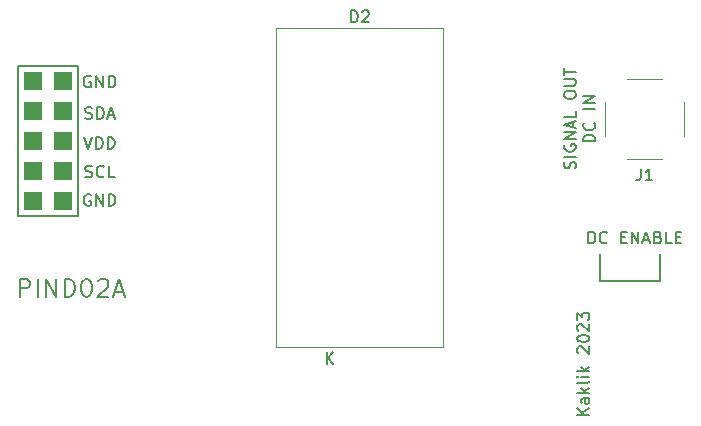
<source format=gbr>
%TF.GenerationSoftware,KiCad,Pcbnew,7.0.7-7.0.7~ubuntu23.04.1*%
%TF.CreationDate,2023-10-04T13:32:41+00:00*%
%TF.ProjectId,PIND02,50494e44-3032-42e6-9b69-6361645f7063,rev?*%
%TF.SameCoordinates,Original*%
%TF.FileFunction,Legend,Top*%
%TF.FilePolarity,Positive*%
%FSLAX46Y46*%
G04 Gerber Fmt 4.6, Leading zero omitted, Abs format (unit mm)*
G04 Created by KiCad (PCBNEW 7.0.7-7.0.7~ubuntu23.04.1) date 2023-10-04 13:32:41*
%MOMM*%
%LPD*%
G01*
G04 APERTURE LIST*
%ADD10C,0.127000*%
%ADD11C,0.150000*%
%ADD12C,0.120000*%
%ADD13C,0.100000*%
%ADD14R,1.524000X1.524000*%
G04 APERTURE END LIST*
D10*
X12339028Y31291604D02*
X12481885Y31243985D01*
X12481885Y31243985D02*
X12719980Y31243985D01*
X12719980Y31243985D02*
X12815218Y31291604D01*
X12815218Y31291604D02*
X12862837Y31339224D01*
X12862837Y31339224D02*
X12910456Y31434462D01*
X12910456Y31434462D02*
X12910456Y31529700D01*
X12910456Y31529700D02*
X12862837Y31624938D01*
X12862837Y31624938D02*
X12815218Y31672557D01*
X12815218Y31672557D02*
X12719980Y31720176D01*
X12719980Y31720176D02*
X12529504Y31767795D01*
X12529504Y31767795D02*
X12434266Y31815414D01*
X12434266Y31815414D02*
X12386647Y31863033D01*
X12386647Y31863033D02*
X12339028Y31958271D01*
X12339028Y31958271D02*
X12339028Y32053509D01*
X12339028Y32053509D02*
X12386647Y32148747D01*
X12386647Y32148747D02*
X12434266Y32196366D01*
X12434266Y32196366D02*
X12529504Y32243985D01*
X12529504Y32243985D02*
X12767599Y32243985D01*
X12767599Y32243985D02*
X12910456Y32196366D01*
X13339028Y31243985D02*
X13339028Y32243985D01*
X13339028Y32243985D02*
X13577123Y32243985D01*
X13577123Y32243985D02*
X13719980Y32196366D01*
X13719980Y32196366D02*
X13815218Y32101128D01*
X13815218Y32101128D02*
X13862837Y32005890D01*
X13862837Y32005890D02*
X13910456Y31815414D01*
X13910456Y31815414D02*
X13910456Y31672557D01*
X13910456Y31672557D02*
X13862837Y31482081D01*
X13862837Y31482081D02*
X13815218Y31386843D01*
X13815218Y31386843D02*
X13719980Y31291604D01*
X13719980Y31291604D02*
X13577123Y31243985D01*
X13577123Y31243985D02*
X13339028Y31243985D01*
X14291409Y31529700D02*
X14767599Y31529700D01*
X14196171Y31243985D02*
X14529504Y32243985D01*
X14529504Y32243985D02*
X14862837Y31243985D01*
X12243790Y29703985D02*
X12577123Y28703985D01*
X12577123Y28703985D02*
X12910456Y29703985D01*
X13243790Y28703985D02*
X13243790Y29703985D01*
X13243790Y29703985D02*
X13481885Y29703985D01*
X13481885Y29703985D02*
X13624742Y29656366D01*
X13624742Y29656366D02*
X13719980Y29561128D01*
X13719980Y29561128D02*
X13767599Y29465890D01*
X13767599Y29465890D02*
X13815218Y29275414D01*
X13815218Y29275414D02*
X13815218Y29132557D01*
X13815218Y29132557D02*
X13767599Y28942081D01*
X13767599Y28942081D02*
X13719980Y28846843D01*
X13719980Y28846843D02*
X13624742Y28751604D01*
X13624742Y28751604D02*
X13481885Y28703985D01*
X13481885Y28703985D02*
X13243790Y28703985D01*
X14243790Y28703985D02*
X14243790Y29703985D01*
X14243790Y29703985D02*
X14481885Y29703985D01*
X14481885Y29703985D02*
X14624742Y29656366D01*
X14624742Y29656366D02*
X14719980Y29561128D01*
X14719980Y29561128D02*
X14767599Y29465890D01*
X14767599Y29465890D02*
X14815218Y29275414D01*
X14815218Y29275414D02*
X14815218Y29132557D01*
X14815218Y29132557D02*
X14767599Y28942081D01*
X14767599Y28942081D02*
X14719980Y28846843D01*
X14719980Y28846843D02*
X14624742Y28751604D01*
X14624742Y28751604D02*
X14481885Y28703985D01*
X14481885Y28703985D02*
X14243790Y28703985D01*
X54931647Y20702985D02*
X54931647Y21702985D01*
X54931647Y21702985D02*
X55169742Y21702985D01*
X55169742Y21702985D02*
X55312599Y21655366D01*
X55312599Y21655366D02*
X55407837Y21560128D01*
X55407837Y21560128D02*
X55455456Y21464890D01*
X55455456Y21464890D02*
X55503075Y21274414D01*
X55503075Y21274414D02*
X55503075Y21131557D01*
X55503075Y21131557D02*
X55455456Y20941081D01*
X55455456Y20941081D02*
X55407837Y20845843D01*
X55407837Y20845843D02*
X55312599Y20750604D01*
X55312599Y20750604D02*
X55169742Y20702985D01*
X55169742Y20702985D02*
X54931647Y20702985D01*
X56503075Y20798224D02*
X56455456Y20750604D01*
X56455456Y20750604D02*
X56312599Y20702985D01*
X56312599Y20702985D02*
X56217361Y20702985D01*
X56217361Y20702985D02*
X56074504Y20750604D01*
X56074504Y20750604D02*
X55979266Y20845843D01*
X55979266Y20845843D02*
X55931647Y20941081D01*
X55931647Y20941081D02*
X55884028Y21131557D01*
X55884028Y21131557D02*
X55884028Y21274414D01*
X55884028Y21274414D02*
X55931647Y21464890D01*
X55931647Y21464890D02*
X55979266Y21560128D01*
X55979266Y21560128D02*
X56074504Y21655366D01*
X56074504Y21655366D02*
X56217361Y21702985D01*
X56217361Y21702985D02*
X56312599Y21702985D01*
X56312599Y21702985D02*
X56455456Y21655366D01*
X56455456Y21655366D02*
X56503075Y21607747D01*
X57693552Y21226795D02*
X58026885Y21226795D01*
X58169742Y20702985D02*
X57693552Y20702985D01*
X57693552Y20702985D02*
X57693552Y21702985D01*
X57693552Y21702985D02*
X58169742Y21702985D01*
X58598314Y20702985D02*
X58598314Y21702985D01*
X58598314Y21702985D02*
X59169742Y20702985D01*
X59169742Y20702985D02*
X59169742Y21702985D01*
X59598314Y20988700D02*
X60074504Y20988700D01*
X59503076Y20702985D02*
X59836409Y21702985D01*
X59836409Y21702985D02*
X60169742Y20702985D01*
X60836409Y21226795D02*
X60979266Y21179176D01*
X60979266Y21179176D02*
X61026885Y21131557D01*
X61026885Y21131557D02*
X61074504Y21036319D01*
X61074504Y21036319D02*
X61074504Y20893462D01*
X61074504Y20893462D02*
X61026885Y20798224D01*
X61026885Y20798224D02*
X60979266Y20750604D01*
X60979266Y20750604D02*
X60884028Y20702985D01*
X60884028Y20702985D02*
X60503076Y20702985D01*
X60503076Y20702985D02*
X60503076Y21702985D01*
X60503076Y21702985D02*
X60836409Y21702985D01*
X60836409Y21702985D02*
X60931647Y21655366D01*
X60931647Y21655366D02*
X60979266Y21607747D01*
X60979266Y21607747D02*
X61026885Y21512509D01*
X61026885Y21512509D02*
X61026885Y21417271D01*
X61026885Y21417271D02*
X60979266Y21322033D01*
X60979266Y21322033D02*
X60931647Y21274414D01*
X60931647Y21274414D02*
X60836409Y21226795D01*
X60836409Y21226795D02*
X60503076Y21226795D01*
X61979266Y20702985D02*
X61503076Y20702985D01*
X61503076Y20702985D02*
X61503076Y21702985D01*
X62312600Y21226795D02*
X62645933Y21226795D01*
X62788790Y20702985D02*
X62312600Y20702985D01*
X62312600Y20702985D02*
X62312600Y21702985D01*
X62312600Y21702985D02*
X62788790Y21702985D01*
X12783456Y24830366D02*
X12688218Y24877985D01*
X12688218Y24877985D02*
X12545361Y24877985D01*
X12545361Y24877985D02*
X12402504Y24830366D01*
X12402504Y24830366D02*
X12307266Y24735128D01*
X12307266Y24735128D02*
X12259647Y24639890D01*
X12259647Y24639890D02*
X12212028Y24449414D01*
X12212028Y24449414D02*
X12212028Y24306557D01*
X12212028Y24306557D02*
X12259647Y24116081D01*
X12259647Y24116081D02*
X12307266Y24020843D01*
X12307266Y24020843D02*
X12402504Y23925604D01*
X12402504Y23925604D02*
X12545361Y23877985D01*
X12545361Y23877985D02*
X12640599Y23877985D01*
X12640599Y23877985D02*
X12783456Y23925604D01*
X12783456Y23925604D02*
X12831075Y23973224D01*
X12831075Y23973224D02*
X12831075Y24306557D01*
X12831075Y24306557D02*
X12640599Y24306557D01*
X13259647Y23877985D02*
X13259647Y24877985D01*
X13259647Y24877985D02*
X13831075Y23877985D01*
X13831075Y23877985D02*
X13831075Y24877985D01*
X14307266Y23877985D02*
X14307266Y24877985D01*
X14307266Y24877985D02*
X14545361Y24877985D01*
X14545361Y24877985D02*
X14688218Y24830366D01*
X14688218Y24830366D02*
X14783456Y24735128D01*
X14783456Y24735128D02*
X14831075Y24639890D01*
X14831075Y24639890D02*
X14878694Y24449414D01*
X14878694Y24449414D02*
X14878694Y24306557D01*
X14878694Y24306557D02*
X14831075Y24116081D01*
X14831075Y24116081D02*
X14783456Y24020843D01*
X14783456Y24020843D02*
X14688218Y23925604D01*
X14688218Y23925604D02*
X14545361Y23877985D01*
X14545361Y23877985D02*
X14307266Y23877985D01*
X53839396Y27051525D02*
X53887015Y27194382D01*
X53887015Y27194382D02*
X53887015Y27432477D01*
X53887015Y27432477D02*
X53839396Y27527715D01*
X53839396Y27527715D02*
X53791776Y27575334D01*
X53791776Y27575334D02*
X53696538Y27622953D01*
X53696538Y27622953D02*
X53601300Y27622953D01*
X53601300Y27622953D02*
X53506062Y27575334D01*
X53506062Y27575334D02*
X53458443Y27527715D01*
X53458443Y27527715D02*
X53410824Y27432477D01*
X53410824Y27432477D02*
X53363205Y27242001D01*
X53363205Y27242001D02*
X53315586Y27146763D01*
X53315586Y27146763D02*
X53267967Y27099144D01*
X53267967Y27099144D02*
X53172729Y27051525D01*
X53172729Y27051525D02*
X53077491Y27051525D01*
X53077491Y27051525D02*
X52982253Y27099144D01*
X52982253Y27099144D02*
X52934634Y27146763D01*
X52934634Y27146763D02*
X52887015Y27242001D01*
X52887015Y27242001D02*
X52887015Y27480096D01*
X52887015Y27480096D02*
X52934634Y27622953D01*
X53887015Y28051525D02*
X52887015Y28051525D01*
X52934634Y29051524D02*
X52887015Y28956286D01*
X52887015Y28956286D02*
X52887015Y28813429D01*
X52887015Y28813429D02*
X52934634Y28670572D01*
X52934634Y28670572D02*
X53029872Y28575334D01*
X53029872Y28575334D02*
X53125110Y28527715D01*
X53125110Y28527715D02*
X53315586Y28480096D01*
X53315586Y28480096D02*
X53458443Y28480096D01*
X53458443Y28480096D02*
X53648919Y28527715D01*
X53648919Y28527715D02*
X53744157Y28575334D01*
X53744157Y28575334D02*
X53839396Y28670572D01*
X53839396Y28670572D02*
X53887015Y28813429D01*
X53887015Y28813429D02*
X53887015Y28908667D01*
X53887015Y28908667D02*
X53839396Y29051524D01*
X53839396Y29051524D02*
X53791776Y29099143D01*
X53791776Y29099143D02*
X53458443Y29099143D01*
X53458443Y29099143D02*
X53458443Y28908667D01*
X53887015Y29527715D02*
X52887015Y29527715D01*
X52887015Y29527715D02*
X53887015Y30099143D01*
X53887015Y30099143D02*
X52887015Y30099143D01*
X53601300Y30527715D02*
X53601300Y31003905D01*
X53887015Y30432477D02*
X52887015Y30765810D01*
X52887015Y30765810D02*
X53887015Y31099143D01*
X53887015Y31908667D02*
X53887015Y31432477D01*
X53887015Y31432477D02*
X52887015Y31432477D01*
X52887015Y33194382D02*
X52887015Y33384858D01*
X52887015Y33384858D02*
X52934634Y33480096D01*
X52934634Y33480096D02*
X53029872Y33575334D01*
X53029872Y33575334D02*
X53220348Y33622953D01*
X53220348Y33622953D02*
X53553681Y33622953D01*
X53553681Y33622953D02*
X53744157Y33575334D01*
X53744157Y33575334D02*
X53839396Y33480096D01*
X53839396Y33480096D02*
X53887015Y33384858D01*
X53887015Y33384858D02*
X53887015Y33194382D01*
X53887015Y33194382D02*
X53839396Y33099144D01*
X53839396Y33099144D02*
X53744157Y33003906D01*
X53744157Y33003906D02*
X53553681Y32956287D01*
X53553681Y32956287D02*
X53220348Y32956287D01*
X53220348Y32956287D02*
X53029872Y33003906D01*
X53029872Y33003906D02*
X52934634Y33099144D01*
X52934634Y33099144D02*
X52887015Y33194382D01*
X52887015Y34051525D02*
X53696538Y34051525D01*
X53696538Y34051525D02*
X53791776Y34099144D01*
X53791776Y34099144D02*
X53839396Y34146763D01*
X53839396Y34146763D02*
X53887015Y34242001D01*
X53887015Y34242001D02*
X53887015Y34432477D01*
X53887015Y34432477D02*
X53839396Y34527715D01*
X53839396Y34527715D02*
X53791776Y34575334D01*
X53791776Y34575334D02*
X53696538Y34622953D01*
X53696538Y34622953D02*
X52887015Y34622953D01*
X52887015Y34956287D02*
X52887015Y35527715D01*
X53887015Y35242001D02*
X52887015Y35242001D01*
X55497015Y29337239D02*
X54497015Y29337239D01*
X54497015Y29337239D02*
X54497015Y29575334D01*
X54497015Y29575334D02*
X54544634Y29718191D01*
X54544634Y29718191D02*
X54639872Y29813429D01*
X54639872Y29813429D02*
X54735110Y29861048D01*
X54735110Y29861048D02*
X54925586Y29908667D01*
X54925586Y29908667D02*
X55068443Y29908667D01*
X55068443Y29908667D02*
X55258919Y29861048D01*
X55258919Y29861048D02*
X55354157Y29813429D01*
X55354157Y29813429D02*
X55449396Y29718191D01*
X55449396Y29718191D02*
X55497015Y29575334D01*
X55497015Y29575334D02*
X55497015Y29337239D01*
X55401776Y30908667D02*
X55449396Y30861048D01*
X55449396Y30861048D02*
X55497015Y30718191D01*
X55497015Y30718191D02*
X55497015Y30622953D01*
X55497015Y30622953D02*
X55449396Y30480096D01*
X55449396Y30480096D02*
X55354157Y30384858D01*
X55354157Y30384858D02*
X55258919Y30337239D01*
X55258919Y30337239D02*
X55068443Y30289620D01*
X55068443Y30289620D02*
X54925586Y30289620D01*
X54925586Y30289620D02*
X54735110Y30337239D01*
X54735110Y30337239D02*
X54639872Y30384858D01*
X54639872Y30384858D02*
X54544634Y30480096D01*
X54544634Y30480096D02*
X54497015Y30622953D01*
X54497015Y30622953D02*
X54497015Y30718191D01*
X54497015Y30718191D02*
X54544634Y30861048D01*
X54544634Y30861048D02*
X54592253Y30908667D01*
X55497015Y32099144D02*
X54497015Y32099144D01*
X55497015Y32575334D02*
X54497015Y32575334D01*
X54497015Y32575334D02*
X55497015Y33146762D01*
X55497015Y33146762D02*
X54497015Y33146762D01*
X54989015Y6163648D02*
X53989015Y6163648D01*
X54989015Y6735076D02*
X54417586Y6306505D01*
X53989015Y6735076D02*
X54560443Y6163648D01*
X54989015Y7592219D02*
X54465205Y7592219D01*
X54465205Y7592219D02*
X54369967Y7544600D01*
X54369967Y7544600D02*
X54322348Y7449362D01*
X54322348Y7449362D02*
X54322348Y7258886D01*
X54322348Y7258886D02*
X54369967Y7163648D01*
X54941396Y7592219D02*
X54989015Y7496981D01*
X54989015Y7496981D02*
X54989015Y7258886D01*
X54989015Y7258886D02*
X54941396Y7163648D01*
X54941396Y7163648D02*
X54846157Y7116029D01*
X54846157Y7116029D02*
X54750919Y7116029D01*
X54750919Y7116029D02*
X54655681Y7163648D01*
X54655681Y7163648D02*
X54608062Y7258886D01*
X54608062Y7258886D02*
X54608062Y7496981D01*
X54608062Y7496981D02*
X54560443Y7592219D01*
X54989015Y8068410D02*
X53989015Y8068410D01*
X54608062Y8163648D02*
X54989015Y8449362D01*
X54322348Y8449362D02*
X54703300Y8068410D01*
X54989015Y9020791D02*
X54941396Y8925553D01*
X54941396Y8925553D02*
X54846157Y8877934D01*
X54846157Y8877934D02*
X53989015Y8877934D01*
X54989015Y9401744D02*
X54322348Y9401744D01*
X53989015Y9401744D02*
X54036634Y9354125D01*
X54036634Y9354125D02*
X54084253Y9401744D01*
X54084253Y9401744D02*
X54036634Y9449363D01*
X54036634Y9449363D02*
X53989015Y9401744D01*
X53989015Y9401744D02*
X54084253Y9401744D01*
X54989015Y9877934D02*
X53989015Y9877934D01*
X54608062Y9973172D02*
X54989015Y10258886D01*
X54322348Y10258886D02*
X54703300Y9877934D01*
X54084253Y11401744D02*
X54036634Y11449363D01*
X54036634Y11449363D02*
X53989015Y11544601D01*
X53989015Y11544601D02*
X53989015Y11782696D01*
X53989015Y11782696D02*
X54036634Y11877934D01*
X54036634Y11877934D02*
X54084253Y11925553D01*
X54084253Y11925553D02*
X54179491Y11973172D01*
X54179491Y11973172D02*
X54274729Y11973172D01*
X54274729Y11973172D02*
X54417586Y11925553D01*
X54417586Y11925553D02*
X54989015Y11354125D01*
X54989015Y11354125D02*
X54989015Y11973172D01*
X53989015Y12592220D02*
X53989015Y12687458D01*
X53989015Y12687458D02*
X54036634Y12782696D01*
X54036634Y12782696D02*
X54084253Y12830315D01*
X54084253Y12830315D02*
X54179491Y12877934D01*
X54179491Y12877934D02*
X54369967Y12925553D01*
X54369967Y12925553D02*
X54608062Y12925553D01*
X54608062Y12925553D02*
X54798538Y12877934D01*
X54798538Y12877934D02*
X54893776Y12830315D01*
X54893776Y12830315D02*
X54941396Y12782696D01*
X54941396Y12782696D02*
X54989015Y12687458D01*
X54989015Y12687458D02*
X54989015Y12592220D01*
X54989015Y12592220D02*
X54941396Y12496982D01*
X54941396Y12496982D02*
X54893776Y12449363D01*
X54893776Y12449363D02*
X54798538Y12401744D01*
X54798538Y12401744D02*
X54608062Y12354125D01*
X54608062Y12354125D02*
X54369967Y12354125D01*
X54369967Y12354125D02*
X54179491Y12401744D01*
X54179491Y12401744D02*
X54084253Y12449363D01*
X54084253Y12449363D02*
X54036634Y12496982D01*
X54036634Y12496982D02*
X53989015Y12592220D01*
X54084253Y13306506D02*
X54036634Y13354125D01*
X54036634Y13354125D02*
X53989015Y13449363D01*
X53989015Y13449363D02*
X53989015Y13687458D01*
X53989015Y13687458D02*
X54036634Y13782696D01*
X54036634Y13782696D02*
X54084253Y13830315D01*
X54084253Y13830315D02*
X54179491Y13877934D01*
X54179491Y13877934D02*
X54274729Y13877934D01*
X54274729Y13877934D02*
X54417586Y13830315D01*
X54417586Y13830315D02*
X54989015Y13258887D01*
X54989015Y13258887D02*
X54989015Y13877934D01*
X53989015Y14211268D02*
X53989015Y14830315D01*
X53989015Y14830315D02*
X54369967Y14496982D01*
X54369967Y14496982D02*
X54369967Y14639839D01*
X54369967Y14639839D02*
X54417586Y14735077D01*
X54417586Y14735077D02*
X54465205Y14782696D01*
X54465205Y14782696D02*
X54560443Y14830315D01*
X54560443Y14830315D02*
X54798538Y14830315D01*
X54798538Y14830315D02*
X54893776Y14782696D01*
X54893776Y14782696D02*
X54941396Y14735077D01*
X54941396Y14735077D02*
X54989015Y14639839D01*
X54989015Y14639839D02*
X54989015Y14354125D01*
X54989015Y14354125D02*
X54941396Y14258887D01*
X54941396Y14258887D02*
X54893776Y14211268D01*
X6790694Y16192176D02*
X6790694Y17692176D01*
X6790694Y17692176D02*
X7362123Y17692176D01*
X7362123Y17692176D02*
X7504980Y17620747D01*
X7504980Y17620747D02*
X7576409Y17549319D01*
X7576409Y17549319D02*
X7647837Y17406462D01*
X7647837Y17406462D02*
X7647837Y17192176D01*
X7647837Y17192176D02*
X7576409Y17049319D01*
X7576409Y17049319D02*
X7504980Y16977890D01*
X7504980Y16977890D02*
X7362123Y16906462D01*
X7362123Y16906462D02*
X6790694Y16906462D01*
X8290694Y16192176D02*
X8290694Y17692176D01*
X9004980Y16192176D02*
X9004980Y17692176D01*
X9004980Y17692176D02*
X9862123Y16192176D01*
X9862123Y16192176D02*
X9862123Y17692176D01*
X10576409Y16192176D02*
X10576409Y17692176D01*
X10576409Y17692176D02*
X10933552Y17692176D01*
X10933552Y17692176D02*
X11147838Y17620747D01*
X11147838Y17620747D02*
X11290695Y17477890D01*
X11290695Y17477890D02*
X11362124Y17335033D01*
X11362124Y17335033D02*
X11433552Y17049319D01*
X11433552Y17049319D02*
X11433552Y16835033D01*
X11433552Y16835033D02*
X11362124Y16549319D01*
X11362124Y16549319D02*
X11290695Y16406462D01*
X11290695Y16406462D02*
X11147838Y16263604D01*
X11147838Y16263604D02*
X10933552Y16192176D01*
X10933552Y16192176D02*
X10576409Y16192176D01*
X12362124Y17692176D02*
X12504981Y17692176D01*
X12504981Y17692176D02*
X12647838Y17620747D01*
X12647838Y17620747D02*
X12719267Y17549319D01*
X12719267Y17549319D02*
X12790695Y17406462D01*
X12790695Y17406462D02*
X12862124Y17120747D01*
X12862124Y17120747D02*
X12862124Y16763604D01*
X12862124Y16763604D02*
X12790695Y16477890D01*
X12790695Y16477890D02*
X12719267Y16335033D01*
X12719267Y16335033D02*
X12647838Y16263604D01*
X12647838Y16263604D02*
X12504981Y16192176D01*
X12504981Y16192176D02*
X12362124Y16192176D01*
X12362124Y16192176D02*
X12219267Y16263604D01*
X12219267Y16263604D02*
X12147838Y16335033D01*
X12147838Y16335033D02*
X12076409Y16477890D01*
X12076409Y16477890D02*
X12004981Y16763604D01*
X12004981Y16763604D02*
X12004981Y17120747D01*
X12004981Y17120747D02*
X12076409Y17406462D01*
X12076409Y17406462D02*
X12147838Y17549319D01*
X12147838Y17549319D02*
X12219267Y17620747D01*
X12219267Y17620747D02*
X12362124Y17692176D01*
X13433552Y17549319D02*
X13504980Y17620747D01*
X13504980Y17620747D02*
X13647838Y17692176D01*
X13647838Y17692176D02*
X14004980Y17692176D01*
X14004980Y17692176D02*
X14147838Y17620747D01*
X14147838Y17620747D02*
X14219266Y17549319D01*
X14219266Y17549319D02*
X14290695Y17406462D01*
X14290695Y17406462D02*
X14290695Y17263604D01*
X14290695Y17263604D02*
X14219266Y17049319D01*
X14219266Y17049319D02*
X13362123Y16192176D01*
X13362123Y16192176D02*
X14290695Y16192176D01*
X14862123Y16620747D02*
X15576409Y16620747D01*
X14719266Y16192176D02*
X15219266Y17692176D01*
X15219266Y17692176D02*
X15719266Y16192176D01*
X12339028Y26338604D02*
X12481885Y26290985D01*
X12481885Y26290985D02*
X12719980Y26290985D01*
X12719980Y26290985D02*
X12815218Y26338604D01*
X12815218Y26338604D02*
X12862837Y26386224D01*
X12862837Y26386224D02*
X12910456Y26481462D01*
X12910456Y26481462D02*
X12910456Y26576700D01*
X12910456Y26576700D02*
X12862837Y26671938D01*
X12862837Y26671938D02*
X12815218Y26719557D01*
X12815218Y26719557D02*
X12719980Y26767176D01*
X12719980Y26767176D02*
X12529504Y26814795D01*
X12529504Y26814795D02*
X12434266Y26862414D01*
X12434266Y26862414D02*
X12386647Y26910033D01*
X12386647Y26910033D02*
X12339028Y27005271D01*
X12339028Y27005271D02*
X12339028Y27100509D01*
X12339028Y27100509D02*
X12386647Y27195747D01*
X12386647Y27195747D02*
X12434266Y27243366D01*
X12434266Y27243366D02*
X12529504Y27290985D01*
X12529504Y27290985D02*
X12767599Y27290985D01*
X12767599Y27290985D02*
X12910456Y27243366D01*
X13910456Y26386224D02*
X13862837Y26338604D01*
X13862837Y26338604D02*
X13719980Y26290985D01*
X13719980Y26290985D02*
X13624742Y26290985D01*
X13624742Y26290985D02*
X13481885Y26338604D01*
X13481885Y26338604D02*
X13386647Y26433843D01*
X13386647Y26433843D02*
X13339028Y26529081D01*
X13339028Y26529081D02*
X13291409Y26719557D01*
X13291409Y26719557D02*
X13291409Y26862414D01*
X13291409Y26862414D02*
X13339028Y27052890D01*
X13339028Y27052890D02*
X13386647Y27148128D01*
X13386647Y27148128D02*
X13481885Y27243366D01*
X13481885Y27243366D02*
X13624742Y27290985D01*
X13624742Y27290985D02*
X13719980Y27290985D01*
X13719980Y27290985D02*
X13862837Y27243366D01*
X13862837Y27243366D02*
X13910456Y27195747D01*
X14815218Y26290985D02*
X14339028Y26290985D01*
X14339028Y26290985D02*
X14339028Y27290985D01*
X12783456Y34863366D02*
X12688218Y34910985D01*
X12688218Y34910985D02*
X12545361Y34910985D01*
X12545361Y34910985D02*
X12402504Y34863366D01*
X12402504Y34863366D02*
X12307266Y34768128D01*
X12307266Y34768128D02*
X12259647Y34672890D01*
X12259647Y34672890D02*
X12212028Y34482414D01*
X12212028Y34482414D02*
X12212028Y34339557D01*
X12212028Y34339557D02*
X12259647Y34149081D01*
X12259647Y34149081D02*
X12307266Y34053843D01*
X12307266Y34053843D02*
X12402504Y33958604D01*
X12402504Y33958604D02*
X12545361Y33910985D01*
X12545361Y33910985D02*
X12640599Y33910985D01*
X12640599Y33910985D02*
X12783456Y33958604D01*
X12783456Y33958604D02*
X12831075Y34006224D01*
X12831075Y34006224D02*
X12831075Y34339557D01*
X12831075Y34339557D02*
X12640599Y34339557D01*
X13259647Y33910985D02*
X13259647Y34910985D01*
X13259647Y34910985D02*
X13831075Y33910985D01*
X13831075Y33910985D02*
X13831075Y34910985D01*
X14307266Y33910985D02*
X14307266Y34910985D01*
X14307266Y34910985D02*
X14545361Y34910985D01*
X14545361Y34910985D02*
X14688218Y34863366D01*
X14688218Y34863366D02*
X14783456Y34768128D01*
X14783456Y34768128D02*
X14831075Y34672890D01*
X14831075Y34672890D02*
X14878694Y34482414D01*
X14878694Y34482414D02*
X14878694Y34339557D01*
X14878694Y34339557D02*
X14831075Y34149081D01*
X14831075Y34149081D02*
X14783456Y34053843D01*
X14783456Y34053843D02*
X14688218Y33958604D01*
X14688218Y33958604D02*
X14545361Y33910985D01*
X14545361Y33910985D02*
X14307266Y33910985D01*
D11*
X59356666Y27037181D02*
X59356666Y26322896D01*
X59356666Y26322896D02*
X59309047Y26180039D01*
X59309047Y26180039D02*
X59213809Y26084800D01*
X59213809Y26084800D02*
X59070952Y26037181D01*
X59070952Y26037181D02*
X58975714Y26037181D01*
X60356666Y26037181D02*
X59785238Y26037181D01*
X60070952Y26037181D02*
X60070952Y27037181D01*
X60070952Y27037181D02*
X59975714Y26894324D01*
X59975714Y26894324D02*
X59880476Y26799086D01*
X59880476Y26799086D02*
X59785238Y26751467D01*
X34821905Y39423181D02*
X34821905Y40423181D01*
X34821905Y40423181D02*
X35060000Y40423181D01*
X35060000Y40423181D02*
X35202857Y40375562D01*
X35202857Y40375562D02*
X35298095Y40280324D01*
X35298095Y40280324D02*
X35345714Y40185086D01*
X35345714Y40185086D02*
X35393333Y39994610D01*
X35393333Y39994610D02*
X35393333Y39851753D01*
X35393333Y39851753D02*
X35345714Y39661277D01*
X35345714Y39661277D02*
X35298095Y39566039D01*
X35298095Y39566039D02*
X35202857Y39470800D01*
X35202857Y39470800D02*
X35060000Y39423181D01*
X35060000Y39423181D02*
X34821905Y39423181D01*
X35774286Y40327943D02*
X35821905Y40375562D01*
X35821905Y40375562D02*
X35917143Y40423181D01*
X35917143Y40423181D02*
X36155238Y40423181D01*
X36155238Y40423181D02*
X36250476Y40375562D01*
X36250476Y40375562D02*
X36298095Y40327943D01*
X36298095Y40327943D02*
X36345714Y40232705D01*
X36345714Y40232705D02*
X36345714Y40137467D01*
X36345714Y40137467D02*
X36298095Y39994610D01*
X36298095Y39994610D02*
X35726667Y39423181D01*
X35726667Y39423181D02*
X36345714Y39423181D01*
X32758095Y10467181D02*
X32758095Y11467181D01*
X33329523Y10467181D02*
X32900952Y11038610D01*
X33329523Y11467181D02*
X32758095Y10895753D01*
%TO.C,J2*%
X6604000Y35687000D02*
X11684000Y35687000D01*
X6604000Y22987000D02*
X6604000Y35687000D01*
X11684000Y35687000D02*
X11684000Y22987000D01*
X11684000Y22987000D02*
X6604000Y22987000D01*
%TO.C,J3*%
X55880000Y17526000D02*
X55880000Y19812000D01*
X60960000Y19812000D02*
X60960000Y17526000D01*
X60960000Y17526000D02*
X55880000Y17526000D01*
D12*
%TO.C,J1*%
X63045000Y29792000D02*
X63045000Y32692000D01*
X61140000Y27887000D02*
X58240000Y27887000D01*
X61140000Y34597000D02*
X58240000Y34597000D01*
X56335000Y29792000D02*
X56335000Y32692000D01*
D13*
%TO.C,D2*%
X28460000Y11900000D02*
X42660000Y11900000D01*
X28460000Y38900000D02*
X28460000Y11900000D01*
X28460000Y38900000D02*
X42660000Y38900000D01*
X42660000Y38900000D02*
X42660000Y11900000D01*
%TD*%
D14*
%TO.C,J2*%
X7874000Y34417000D03*
X10414000Y34417000D03*
X7874000Y31877000D03*
X10414000Y31877000D03*
X7874000Y29337000D03*
X10414000Y29337000D03*
X7874000Y26797000D03*
X10414000Y26797000D03*
X7874000Y24257000D03*
X10414000Y24257000D03*
%TD*%
M02*

</source>
